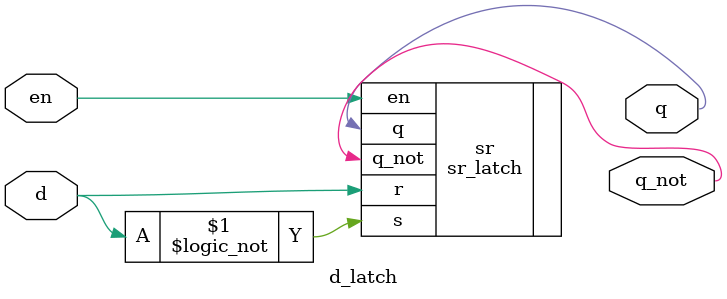
<source format=v>
`timescale 1ns / 1ps
module d_latch(
	input d,
	input en,
	
	output q,
	output q_not
   );

	sr_latch sr (
		.r(d),
		.s(!d),
		.en(en),
		.q(q),
		.q_not(q_not)
	);
	
endmodule

</source>
